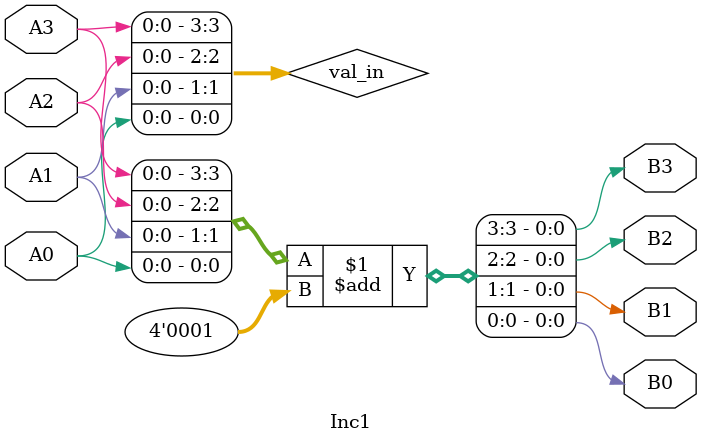
<source format=v>
module Inc1(A3, A2, A1, A0, B3, B2, B1, B0);

input A3, A2, A1,A0;
output B3,B2,B1,B0;
wire [3:0] val_in = {A3,A2,A1,A0};
assign {B3, B2, B1, B0} = {val_in + 4'd1};

endmodule
</source>
